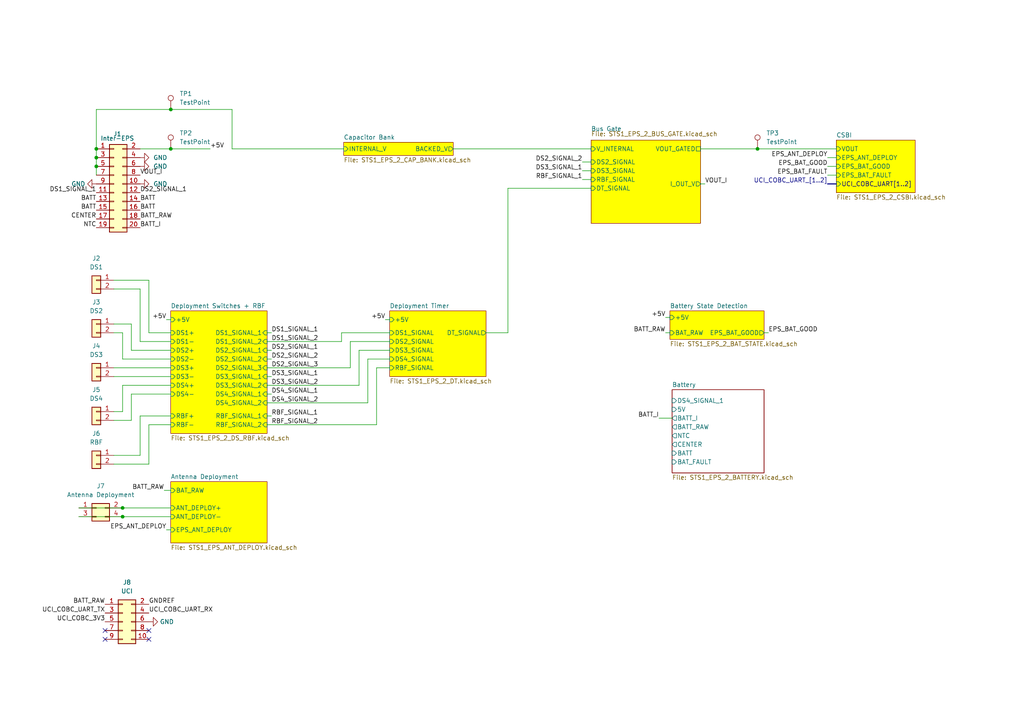
<source format=kicad_sch>
(kicad_sch (version 20211123) (generator eeschema)
  (paper "A4")
  (lib_symbols
    (symbol "Connector:TestPoint" (pin_numbers hide) (pin_names (offset 0.762) hide)
      (property "Reference" "TP" (at 0 6.858 0))
      (property "Value" "TestPoint" (at 0 5.08 0))
      (symbol "TestPoint_0_1"
        (circle (center 0 3.302) (radius 0.762))
      )
      (symbol "TestPoint_1_1"
        (pin passive line (at 0 0 90) (length 2.54) (name "1") (number "1"))
      )
    )
    (symbol "Connector_Generic:Conn_01x02" (pin_names (offset 1.016) hide)
      (property "Reference" "J" (at 0 2.54 0))
      (property "Value" "Conn_01x02" (at 0 -5.08 0))
      (symbol "Conn_01x02_1_1"
        (rectangle (start -1.27 -2.413) (end 0 -2.667) (stroke (width 0.1524)))
        (rectangle (start -1.27 0.127) (end 0 -0.127) (stroke (width 0.1524)))
        (rectangle (start -1.27 1.27) (end 1.27 -3.81) (stroke (width 0.254)) (fill (type background)))
        (pin passive line (at -5.08 0 0) (length 3.81) (name "Pin_1") (number "1"))
        (pin passive line (at -5.08 -2.54 0) (length 3.81) (name "Pin_2") (number "2"))
      )
    )
    (symbol "Connector_Generic:Conn_02x02_Odd_Even" (pin_names (offset 1.016) hide)
      (property "Reference" "J" (at 1.27 2.54 0))
      (property "Value" "Conn_02x02_Odd_Even" (at 1.27 -5.08 0))
      (symbol "Conn_02x02_Odd_Even_1_1"
        (rectangle (start -1.27 -2.413) (end 0 -2.667) (stroke (width 0.1524)))
        (rectangle (start -1.27 0.127) (end 0 -0.127) (stroke (width 0.1524)))
        (rectangle (start -1.27 1.27) (end 3.81 -3.81) (stroke (width 0.254)) (fill (type background)))
        (rectangle (start 3.81 -2.413) (end 2.54 -2.667) (stroke (width 0.1524)))
        (rectangle (start 3.81 0.127) (end 2.54 -0.127) (stroke (width 0.1524)))
        (pin passive line (at -5.08 0 0) (length 3.81) (name "Pin_1") (number "1"))
        (pin passive line (at 7.62 0 180) (length 3.81) (name "Pin_2") (number "2"))
        (pin passive line (at -5.08 -2.54 0) (length 3.81) (name "Pin_3") (number "3"))
        (pin passive line (at 7.62 -2.54 180) (length 3.81) (name "Pin_4") (number "4"))
      )
    )
    (symbol "Connector_Generic:Conn_02x05_Odd_Even" (pin_names (offset 1.016) hide)
      (property "Reference" "J" (at 1.27 7.62 0))
      (property "Value" "Conn_02x05_Odd_Even" (at 1.27 -7.62 0))
      (symbol "Conn_02x05_Odd_Even_1_1"
        (rectangle (start -1.27 -4.953) (end 0 -5.207) (stroke (width 0.1524)))
        (rectangle (start -1.27 -2.413) (end 0 -2.667) (stroke (width 0.1524)))
        (rectangle (start -1.27 0.127) (end 0 -0.127) (stroke (width 0.1524)))
        (rectangle (start -1.27 2.667) (end 0 2.413) (stroke (width 0.1524)))
        (rectangle (start -1.27 5.207) (end 0 4.953) (stroke (width 0.1524)))
        (rectangle (start -1.27 6.35) (end 3.81 -6.35) (stroke (width 0.254)) (fill (type background)))
        (rectangle (start 3.81 -4.953) (end 2.54 -5.207) (stroke (width 0.1524)))
        (rectangle (start 3.81 -2.413) (end 2.54 -2.667) (stroke (width 0.1524)))
        (rectangle (start 3.81 0.127) (end 2.54 -0.127) (stroke (width 0.1524)))
        (rectangle (start 3.81 2.667) (end 2.54 2.413) (stroke (width 0.1524)))
        (rectangle (start 3.81 5.207) (end 2.54 4.953) (stroke (width 0.1524)))
        (pin passive line (at -5.08 5.08 0) (length 3.81) (name "Pin_1") (number "1"))
        (pin passive line (at 7.62 -5.08 180) (length 3.81) (name "Pin_10") (number "10"))
        (pin passive line (at 7.62 5.08 180) (length 3.81) (name "Pin_2") (number "2"))
        (pin passive line (at -5.08 2.54 0) (length 3.81) (name "Pin_3") (number "3"))
        (pin passive line (at 7.62 2.54 180) (length 3.81) (name "Pin_4") (number "4"))
        (pin passive line (at -5.08 0 0) (length 3.81) (name "Pin_5") (number "5"))
        (pin passive line (at 7.62 0 180) (length 3.81) (name "Pin_6") (number "6"))
        (pin passive line (at -5.08 -2.54 0) (length 3.81) (name "Pin_7") (number "7"))
        (pin passive line (at 7.62 -2.54 180) (length 3.81) (name "Pin_8") (number "8"))
        (pin passive line (at -5.08 -5.08 0) (length 3.81) (name "Pin_9") (number "9"))
      )
    )
    (symbol "Connector_Generic:Conn_02x10_Odd_Even" (pin_names (offset 1.016) hide)
      (property "Reference" "J" (at 1.27 12.7 0))
      (property "Value" "Conn_02x10_Odd_Even" (at 1.27 -15.24 0))
      (symbol "Conn_02x10_Odd_Even_1_1"
        (rectangle (start -1.27 -12.573) (end 0 -12.827) (stroke (width 0.1524)))
        (rectangle (start -1.27 -10.033) (end 0 -10.287) (stroke (width 0.1524)))
        (rectangle (start -1.27 -7.493) (end 0 -7.747) (stroke (width 0.1524)))
        (rectangle (start -1.27 -4.953) (end 0 -5.207) (stroke (width 0.1524)))
        (rectangle (start -1.27 -2.413) (end 0 -2.667) (stroke (width 0.1524)))
        (rectangle (start -1.27 0.127) (end 0 -0.127) (stroke (width 0.1524)))
        (rectangle (start -1.27 2.667) (end 0 2.413) (stroke (width 0.1524)))
        (rectangle (start -1.27 5.207) (end 0 4.953) (stroke (width 0.1524)))
        (rectangle (start -1.27 7.747) (end 0 7.493) (stroke (width 0.1524)))
        (rectangle (start -1.27 10.287) (end 0 10.033) (stroke (width 0.1524)))
        (rectangle (start -1.27 11.43) (end 3.81 -13.97) (stroke (width 0.254)) (fill (type background)))
        (rectangle (start 3.81 -12.573) (end 2.54 -12.827) (stroke (width 0.1524)))
        (rectangle (start 3.81 -10.033) (end 2.54 -10.287) (stroke (width 0.1524)))
        (rectangle (start 3.81 -7.493) (end 2.54 -7.747) (stroke (width 0.1524)))
        (rectangle (start 3.81 -4.953) (end 2.54 -5.207) (stroke (width 0.1524)))
        (rectangle (start 3.81 -2.413) (end 2.54 -2.667) (stroke (width 0.1524)))
        (rectangle (start 3.81 0.127) (end 2.54 -0.127) (stroke (width 0.1524)))
        (rectangle (start 3.81 2.667) (end 2.54 2.413) (stroke (width 0.1524)))
        (rectangle (start 3.81 5.207) (end 2.54 4.953) (stroke (width 0.1524)))
        (rectangle (start 3.81 7.747) (end 2.54 7.493) (stroke (width 0.1524)))
        (rectangle (start 3.81 10.287) (end 2.54 10.033) (stroke (width 0.1524)))
        (pin passive line (at -5.08 10.16 0) (length 3.81) (name "Pin_1") (number "1"))
        (pin passive line (at 7.62 0 180) (length 3.81) (name "Pin_10") (number "10"))
        (pin passive line (at -5.08 -2.54 0) (length 3.81) (name "Pin_11") (number "11"))
        (pin passive line (at 7.62 -2.54 180) (length 3.81) (name "Pin_12") (number "12"))
        (pin passive line (at -5.08 -5.08 0) (length 3.81) (name "Pin_13") (number "13"))
        (pin passive line (at 7.62 -5.08 180) (length 3.81) (name "Pin_14") (number "14"))
        (pin passive line (at -5.08 -7.62 0) (length 3.81) (name "Pin_15") (number "15"))
        (pin passive line (at 7.62 -7.62 180) (length 3.81) (name "Pin_16") (number "16"))
        (pin passive line (at -5.08 -10.16 0) (length 3.81) (name "Pin_17") (number "17"))
        (pin passive line (at 7.62 -10.16 180) (length 3.81) (name "Pin_18") (number "18"))
        (pin passive line (at -5.08 -12.7 0) (length 3.81) (name "Pin_19") (number "19"))
        (pin passive line (at 7.62 10.16 180) (length 3.81) (name "Pin_2") (number "2"))
        (pin passive line (at 7.62 -12.7 180) (length 3.81) (name "Pin_20") (number "20"))
        (pin passive line (at -5.08 7.62 0) (length 3.81) (name "Pin_3") (number "3"))
        (pin passive line (at 7.62 7.62 180) (length 3.81) (name "Pin_4") (number "4"))
        (pin passive line (at -5.08 5.08 0) (length 3.81) (name "Pin_5") (number "5"))
        (pin passive line (at 7.62 5.08 180) (length 3.81) (name "Pin_6") (number "6"))
        (pin passive line (at -5.08 2.54 0) (length 3.81) (name "Pin_7") (number "7"))
        (pin passive line (at 7.62 2.54 180) (length 3.81) (name "Pin_8") (number "8"))
        (pin passive line (at -5.08 0 0) (length 3.81) (name "Pin_9") (number "9"))
      )
    )
    (symbol "power:GND" (power) (pin_names (offset 0))
      (property "Value" "GND" (at 0 -3.81 0))
      (symbol "GND_0_1"
        (polyline (pts (xy 0 0) (xy 0 -1.27) (xy 1.27 -1.27) (xy 0 -2.54) (xy -1.27 -1.27) (xy 0 -1.27)))
      )
      (symbol "GND_1_1"
        (pin power_in line (at 0 0 270) (length 0) hide (name "GND") (number "1"))
      )
    )
  )
  (junction (at 27.94 43.18))
  (junction (at 27.94 48.26))
  (junction (at 49.53 43.18))
  (junction (at 49.53 31.75))
  (junction (at 35.56 147.32))
  (junction (at 35.56 149.86))
  (junction (at 219.71 43.18))
  (junction (at 27.94 45.72))
  (no_connect (at 43.18 182.88))
  (no_connect (at 30.48 182.88))
  (no_connect (at 30.48 185.42))
  (no_connect (at 43.18 185.42))
  (wire (pts (xy 240.03 50.8) (xy 242.57 50.8)))
  (wire (pts (xy 33.02 93.98) (xy 38.1 93.98)))
  (wire (pts (xy 104.14 101.6) (xy 113.03 101.6)))
  (wire (pts (xy 77.47 123.19) (xy 109.22 123.19)))
  (wire (pts (xy 240.03 45.72) (xy 242.57 45.72)))
  (wire (pts (xy 27.94 45.72) (xy 27.94 48.26)))
  (wire (pts (xy 40.64 43.18) (xy 49.53 43.18)))
  (wire (pts (xy 33.02 109.22) (xy 49.53 109.22)))
  (wire (pts (xy 219.71 43.18) (xy 242.57 43.18)))
  (wire (pts (xy 48.26 92.71) (xy 49.53 92.71)))
  (wire (pts (xy 40.64 132.08) (xy 40.64 120.65)))
  (wire (pts (xy 168.91 49.53) (xy 171.45 49.53)))
  (wire (pts (xy 35.56 147.32) (xy 49.53 147.32)))
  (wire (pts (xy 22.86 147.32) (xy 35.56 147.32)))
  (wire (pts (xy 147.32 54.61) (xy 147.32 96.52)))
  (wire (pts (xy 77.47 101.6) (xy 78.74 101.6)))
  (wire (pts (xy 27.94 43.18) (xy 27.94 45.72)))
  (wire (pts (xy 77.47 114.3) (xy 78.74 114.3)))
  (wire (pts (xy 35.56 104.14) (xy 49.53 104.14)))
  (wire (pts (xy 131.445 43.18) (xy 171.45 43.18)))
  (wire (pts (xy 77.47 104.14) (xy 78.74 104.14)))
  (wire (pts (xy 99.06 96.52) (xy 113.03 96.52)))
  (wire (pts (xy 38.1 114.3) (xy 49.53 114.3)))
  (wire (pts (xy 33.02 81.28) (xy 43.18 81.28)))
  (wire (pts (xy 33.02 106.68) (xy 49.53 106.68)))
  (wire (pts (xy 33.02 134.62) (xy 43.18 134.62)))
  (wire (pts (xy 99.695 43.18) (xy 67.31 43.18)))
  (wire (pts (xy 43.18 134.62) (xy 43.18 123.19)))
  (wire (pts (xy 101.6 99.06) (xy 113.03 99.06)))
  (wire (pts (xy 203.2 43.18) (xy 219.71 43.18)))
  (wire (pts (xy 111.76 92.71) (xy 113.03 92.71)))
  (wire (pts (xy 22.86 149.86) (xy 35.56 149.86)))
  (wire (pts (xy 35.56 111.76) (xy 49.53 111.76)))
  (wire (pts (xy 109.22 123.19) (xy 109.22 106.68)))
  (wire (pts (xy 147.32 54.61) (xy 171.45 54.61)))
  (wire (pts (xy 40.64 83.82) (xy 40.64 99.06)))
  (wire (pts (xy 43.18 81.28) (xy 43.18 96.52)))
  (wire (pts (xy 38.1 101.6) (xy 49.53 101.6)))
  (wire (pts (xy 35.56 96.52) (xy 35.56 104.14)))
  (wire (pts (xy 106.68 104.14) (xy 113.03 104.14)))
  (wire (pts (xy 33.02 132.08) (xy 40.64 132.08)))
  (wire (pts (xy 77.47 109.22) (xy 78.74 109.22)))
  (wire (pts (xy 101.6 106.68) (xy 101.6 99.06)))
  (wire (pts (xy 35.56 119.38) (xy 35.56 111.76)))
  (wire (pts (xy 27.94 48.26) (xy 27.94 50.8)))
  (bus (pts (xy 240.03 53.34) (xy 242.57 53.34)))
  (wire (pts (xy 47.625 142.24) (xy 49.53 142.24)))
  (wire (pts (xy 40.64 99.06) (xy 49.53 99.06)))
  (wire (pts (xy 77.47 116.84) (xy 106.68 116.84)))
  (wire (pts (xy 168.91 52.07) (xy 171.45 52.07)))
  (wire (pts (xy 221.615 96.52) (xy 222.885 96.52)))
  (wire (pts (xy 147.32 96.52) (xy 140.97 96.52)))
  (wire (pts (xy 203.2 53.34) (xy 204.47 53.34)))
  (wire (pts (xy 77.47 111.76) (xy 104.14 111.76)))
  (wire (pts (xy 43.18 123.19) (xy 49.53 123.19)))
  (wire (pts (xy 77.47 96.52) (xy 78.74 96.52)))
  (wire (pts (xy 33.02 83.82) (xy 40.64 83.82)))
  (wire (pts (xy 99.06 99.06) (xy 99.06 96.52)))
  (wire (pts (xy 48.26 153.67) (xy 49.53 153.67)))
  (wire (pts (xy 67.31 31.75) (xy 67.31 43.18)))
  (wire (pts (xy 33.02 121.92) (xy 38.1 121.92)))
  (wire (pts (xy 104.14 111.76) (xy 104.14 101.6)))
  (wire (pts (xy 240.03 48.26) (xy 242.57 48.26)))
  (wire (pts (xy 49.53 31.75) (xy 67.31 31.75)))
  (wire (pts (xy 35.56 149.86) (xy 49.53 149.86)))
  (wire (pts (xy 38.1 121.92) (xy 38.1 114.3)))
  (wire (pts (xy 168.91 46.99) (xy 171.45 46.99)))
  (wire (pts (xy 27.94 31.75) (xy 27.94 43.18)))
  (wire (pts (xy 77.47 99.06) (xy 99.06 99.06)))
  (wire (pts (xy 33.02 96.52) (xy 35.56 96.52)))
  (wire (pts (xy 40.64 120.65) (xy 49.53 120.65)))
  (wire (pts (xy 38.1 93.98) (xy 38.1 101.6)))
  (wire (pts (xy 43.18 96.52) (xy 49.53 96.52)))
  (wire (pts (xy 193.04 92.075) (xy 194.31 92.075)))
  (wire (pts (xy 109.22 106.68) (xy 113.03 106.68)))
  (wire (pts (xy 77.47 120.65) (xy 78.74 120.65)))
  (wire (pts (xy 33.02 119.38) (xy 35.56 119.38)))
  (wire (pts (xy 27.94 31.75) (xy 49.53 31.75)))
  (wire (pts (xy 191.135 121.285) (xy 194.945 121.285)))
  (wire (pts (xy 106.68 104.14) (xy 106.68 116.84)))
  (wire (pts (xy 193.04 96.52) (xy 194.31 96.52)))
  (wire (pts (xy 49.53 43.18) (xy 60.96 43.18)))
  (wire (pts (xy 77.47 106.68) (xy 101.6 106.68)))
  (label "EPS_BAT_GOOD" (at 240.03 48.26 180))
  (label "EPS_ANT_DEPLOY" (at 48.26 153.67 180))
  (label "RBF_SIGNAL_2" (at 78.74 123.19 0))
  (label "DS3_SIGNAL_2" (at 78.74 111.76 0))
  (label "UCI_COBC_UART_[1..2]" (at 240.03 53.34 180))
  (label "BATT" (at 27.94 58.42 180))
  (label "CENTER" (at 27.94 63.5 180))
  (label "EPS_ANT_DEPLOY" (at 240.03 45.72 180))
  (label "BATT_RAW" (at 47.625 142.24 180))
  (label "BATT_I" (at 191.135 121.285 180))
  (label "DS2_SIGNAL_3" (at 78.74 106.68 0))
  (label "+5V" (at 111.76 92.71 180))
  (label "DS3_SIGNAL_1" (at 78.74 109.22 0))
  (label "DS2_SIGNAL_1" (at 78.74 101.6 0))
  (label "DS4_SIGNAL_1" (at 78.74 114.3 0))
  (label "DS3_SIGNAL_1" (at 168.91 49.53 180))
  (label "DS4_SIGNAL_2" (at 78.74 116.84 0))
  (label "BATT" (at 40.64 60.96 0))
  (label "UCI_COBC_UART_TX" (at 30.48 177.8 180))
  (label "EPS_BAT_FAULT" (at 240.03 50.8 180))
  (label "VOUT_I" (at 40.64 50.8 0))
  (label "DS2_SIGNAL_2" (at 168.91 46.99 180))
  (label "DS1_SIGNAL_1" (at 78.74 96.52 0))
  (label "RBF_SIGNAL_1" (at 78.74 120.65 0))
  (label "+5V" (at 193.04 92.075 180))
  (label "+5V" (at 48.26 92.71 180))
  (label "BATT_RAW" (at 30.48 175.26 180))
  (label "DS1_SIGNAL_1" (at 27.94 55.88 180))
  (label "DS2_SIGNAL_1" (at 40.64 55.88 0))
  (label "BATT_I" (at 40.64 66.04 0))
  (label "+5V" (at 60.96 43.18 0))
  (label "BATT" (at 40.64 58.42 0))
  (label "VOUT_I" (at 204.47 53.34 0))
  (label "DS1_SIGNAL_2" (at 78.74 99.06 0))
  (label "BATT_RAW" (at 40.64 63.5 0))
  (label "RBF_SIGNAL_1" (at 168.91 52.07 180))
  (label "GNDREF" (at 43.18 175.26 0))
  (label "BATT_RAW" (at 193.04 96.52 180))
  (label "DS2_SIGNAL_2" (at 78.74 104.14 0))
  (label "UCI_COBC_3V3" (at 30.48 180.34 180))
  (label "BATT" (at 27.94 60.96 180))
  (label "EPS_BAT_GOOD" (at 222.885 96.52 0))
  (label "NTC" (at 27.94 66.04 180))
  (label "UCI_COBC_UART_RX" (at 43.18 177.8 0))
  (symbol (lib_id "Connector:TestPoint") (at 219.71 43.18 0) (unit 1)
    (property "Reference" "TP3" (at 222.25 38.6079 0) (effects (justify left)))
    (property "Value" "TestPoint" (at 222.25 41.1479 0) (effects (justify left)))
    (property "Footprint" "TestPoint:TestPoint_THTPad_D1.0mm_Drill0.5mm" (effects hide))
  )
  (symbol (lib_id "Connector_Generic:Conn_02x05_Odd_Even") (at 35.56 180.34 0) (unit 1)
    (property "Reference" "J8" (at 36.83 168.91 0))
    (property "Value" "UCI" (at 36.83 171.45 0))
    (property "Footprint" "STS_Connector:M80-85110YY" (effects hide))
  )
  (symbol (lib_id "Connector_Generic:Conn_01x02") (at 27.94 119.38 0) (mirror y) (unit 1)
    (property "Reference" "J5" (at 27.94 113.03 0))
    (property "Value" "DS4" (at 27.94 115.57 0))
    (property "Footprint" "STS_Connector:M808420245" (effects hide))
  )
  (symbol (lib_id "power:GND") (at 40.64 48.26 90) (unit 1)
    (property "Reference" "#PWR036" (effects hide))
    (property "Value" "GND" (at 44.45 48.2599 90) (effects (justify right)))
  )
  (symbol (lib_id "power:GND") (at 40.64 53.34 90) (unit 1)
    (property "Reference" "#PWR093" (effects hide))
    (property "Value" "GND" (at 44.45 53.3399 90) (effects (justify right)))
  )
  (symbol (lib_id "Connector_Generic:Conn_01x02") (at 27.94 132.08 0) (mirror y) (unit 1)
    (property "Reference" "J6" (at 27.94 125.73 0))
    (property "Value" "RBF" (at 27.94 128.27 0))
    (property "Footprint" "STS_Connector:M808420245" (effects hide))
  )
  (symbol (lib_id "power:GND") (at 40.64 45.72 90) (unit 1)
    (property "Reference" "#PWR035" (effects hide))
    (property "Value" "GND" (at 44.45 45.7199 90) (effects (justify right)))
  )
  (symbol (lib_id "Connector_Generic:Conn_02x02_Odd_Even") (at 27.94 147.32 0) (unit 1)
    (property "Reference" "J7" (at 29.21 140.97 0))
    (property "Value" "Antenna Deployment" (at 29.21 143.51 0))
    (property "Footprint" "STS_Connector:M80-85104YY" (effects hide))
  )
  (symbol (lib_id "power:GND") (at 27.94 53.34 270) (unit 1)
    (property "Reference" "#PWR01" (effects hide))
    (property "Value" "GND" (at 24.765 53.3399 90) (effects (justify right)))
  )
  (symbol (lib_id "power:GND") (at 43.18 180.34 90) (unit 1)
    (property "Reference" "#PWR095" (effects hide))
    (property "Value" "GND" (at 46.355 180.3399 90) (effects (justify right)))
  )
  (symbol (lib_id "Connector:TestPoint") (at 49.53 31.75 0) (unit 1)
    (property "Reference" "TP1" (at 52.07 27.1779 0) (effects (justify left)))
    (property "Value" "TestPoint" (at 52.07 29.7179 0) (effects (justify left)))
    (property "Footprint" "TestPoint:TestPoint_THTPad_D1.0mm_Drill0.5mm" (effects hide))
  )
  (symbol (lib_id "Connector_Generic:Conn_01x02") (at 27.94 81.28 0) (mirror y) (unit 1)
    (property "Reference" "J2" (at 27.94 74.93 0))
    (property "Value" "DS1" (at 27.94 77.47 0))
    (property "Footprint" "STS_Connector:M808420245" (effects hide))
  )
  (symbol (lib_id "Connector_Generic:Conn_01x02") (at 27.94 93.98 0) (mirror y) (unit 1)
    (property "Reference" "J3" (at 27.94 87.63 0))
    (property "Value" "DS2" (at 27.94 90.17 0))
    (property "Footprint" "STS_Connector:M808420245" (effects hide))
  )
  (symbol (lib_id "Connector_Generic:Conn_02x10_Odd_Even") (at 33.02 53.34 0) (unit 1)
    (property "Reference" "J1" (at 34.036 38.862 0))
    (property "Value" "Inter-EPS" (at 34.036 40.132 0))
    (property "Footprint" "Connector_PinHeader_2.00mm:PinHeader_2x10_P2.00mm_Vertical" (effects hide))
    (property "Part#" "ESQT-107-02-F-D-800" (effects hide))
  )
  (symbol (lib_id "Connector_Generic:Conn_01x02") (at 27.94 106.68 0) (mirror y) (unit 1)
    (property "Reference" "J4" (at 27.94 100.33 0))
    (property "Value" "DS3" (at 27.94 102.87 0))
    (property "Footprint" "STS_Connector:M808420245" (effects hide))
  )
  (symbol (lib_id "Connector:TestPoint") (at 49.53 43.18 0) (unit 1)
    (property "Reference" "TP2" (at 52.07 38.6079 0) (effects (justify left)))
    (property "Value" "TestPoint" (at 52.07 41.1479 0) (effects (justify left)))
    (property "Footprint" "TestPoint:TestPoint_THTPad_D1.0mm_Drill0.5mm" (effects hide))
  )
  (sheet (at 171.45 40.64) (size 31.75 24.13) (stroke (width 0.1524)) (fill (color 255 255 0 1.0000))
    (property "Sheet name" "Bus Gate" (at 171.45 38.1 0) (effects (justify left bottom)))
    (property "Sheet file" "STS1_EPS_2_BUS_GATE.kicad_sch" (at 171.45 38.1 0) (effects (justify left top)))
    (pin "RBF_SIGNAL" input (at 171.45 52.07 180))
    (pin "V_INTERNAL" input (at 171.45 43.18 180))
    (pin "I_OUT_V" output (at 203.2 53.34 0))
    (pin "DT_SIGNAL" input (at 171.45 54.61 180))
    (pin "DS2_SIGNAL" input (at 171.45 46.99 180))
    (pin "DS3_SIGNAL" input (at 171.45 49.53 180))
    (pin "VOUT_GATED" passive (at 203.2 43.18 0))
  )
  (sheet (at 242.57 40.64) (size 22.86 15.24) (stroke (width 0.1524)) (fill (color 255 255 0 1.0000))
    (property "Sheet name" "CSBI" (at 242.57 39.9284 0) (effects (justify left bottom)))
    (property "Sheet file" "STS1_EPS_2_CSBI.kicad_sch" (at 242.57 56.4646 0) (effects (justify left top)))
    (pin "EPS_ANT_DEPLOY" input (at 242.57 45.72 180))
    (pin "EPS_BAT_GOOD" input (at 242.57 48.26 180))
    (pin "EPS_BAT_FAULT" input (at 242.57 50.8 180))
    (pin "VOUT" input (at 242.57 43.18 180))
    (pin "UCI_COBC_UART[1..2]" input (at 242.57 53.34 180))
  )
  (sheet (at 194.945 113.03) (size 26.67 24.13) (stroke (width 0.1524))
    (property "Sheet name" "Battery" (at 194.945 112.3184 0) (effects (justify left bottom)))
    (property "Sheet file" "STS1_EPS_2_BATTERY.kicad_sch" (at 194.945 137.7446 0) (effects (justify left top)))
    (pin "DS4_SIGNAL_1" input (at 194.945 116.205 180))
    (pin "5V" input (at 194.945 118.745 180))
    (pin "BATT_I" output (at 194.945 121.285 180))
    (pin "BATT_RAW" output (at 194.945 123.825 180))
    (pin "NTC" output (at 194.945 126.365 180))
    (pin "CENTER" output (at 194.945 128.905 180))
    (pin "BATT" input (at 194.945 131.445 180))
    (pin "BAT_FAULT" input (at 194.945 133.985 180))
  )
  (sheet (at 49.53 90.17) (size 27.94 35.56) (stroke (width 0.1524)) (fill (color 255 255 0 1.0000))
    (property "Sheet name" "Deployment Switches + RBF" (at 49.53 89.4584 0) (effects (justify left bottom)))
    (property "Sheet file" "STS1_EPS_2_DS_RBF.kicad_sch" (at 49.53 126.3146 0) (effects (justify left top)))
    (pin "DS2+" input (at 49.53 101.6 180))
    (pin "DS2-" input (at 49.53 104.14 180))
    (pin "DS1-" input (at 49.53 99.06 180))
    (pin "DS1+" input (at 49.53 96.52 180))
    (pin "+5V" input (at 49.53 92.71 180))
    (pin "RBF+" input (at 49.53 120.65 180))
    (pin "RBF-" input (at 49.53 123.19 180))
    (pin "DS3+" input (at 49.53 106.68 180))
    (pin "DS3-" input (at 49.53 109.22 180))
    (pin "DS4+" input (at 49.53 111.76 180))
    (pin "DS4-" input (at 49.53 114.3 180))
    (pin "DS1_SIGNAL_2" input (at 77.47 99.06 0))
    (pin "DS1_SIGNAL_1" input (at 77.47 96.52 0))
    (pin "DS2_SIGNAL_1" input (at 77.47 101.6 0))
    (pin "DS3_SIGNAL_1" input (at 77.47 109.22 0))
    (pin "DS3_SIGNAL_2" input (at 77.47 111.76 0))
    (pin "DS4_SIGNAL_1" input (at 77.47 114.3 0))
    (pin "DS4_SIGNAL_2" input (at 77.47 116.84 0))
    (pin "RBF_SIGNAL_1" input (at 77.47 120.65 0))
    (pin "DS2_SIGNAL_2" input (at 77.47 104.14 0))
    (pin "DS2_SIGNAL_3" input (at 77.47 106.68 0))
    (pin "RBF_SIGNAL_2" input (at 77.47 123.19 0))
  )
  (sheet (at 49.53 139.7) (size 27.94 17.78) (stroke (width 0.1524)) (fill (color 255 255 0 1.0000))
    (property "Sheet name" "Antenna Deployment" (at 49.53 138.9884 0) (effects (justify left bottom)))
    (property "Sheet file" "STS1_EPS_ANT_DEPLOY.kicad_sch" (at 49.53 158.0646 0) (effects (justify left top)))
    (pin "ANT_DEPLOY+" input (at 49.53 147.32 180))
    (pin "ANT_DEPLOY-" input (at 49.53 149.86 180))
    (pin "BAT_RAW" input (at 49.53 142.24 180))
    (pin "EPS_ANT_DEPLOY" input (at 49.53 153.67 180))
  )
  (sheet (at 113.03 90.17) (size 27.94 19.05) (stroke (width 0.1524)) (fill (color 255 255 0 1.0000))
    (property "Sheet name" "Deployment Timer" (at 113.03 89.4584 0) (effects (justify left bottom)))
    (property "Sheet file" "STS1_EPS_2_DT.kicad_sch" (at 113.03 109.8046 0) (effects (justify left top)))
    (pin "+5V" input (at 113.03 92.71 180))
    (pin "DS2_SIGNAL" input (at 113.03 99.06 180))
    (pin "DS1_SIGNAL" input (at 113.03 96.52 180))
    (pin "RBF_SIGNAL" input (at 113.03 106.68 180))
    (pin "DS4_SIGNAL" input (at 113.03 104.14 180))
    (pin "DS3_SIGNAL" input (at 113.03 101.6 180))
    (pin "DT_SIGNAL" output (at 140.97 96.52 0))
  )
  (sheet (at 99.695 41.275) (size 31.75 3.81) (stroke (width 0.1524)) (fill (color 255 255 0 1.0000))
    (property "Sheet name" "Capacitor Bank" (at 99.695 40.5634 0) (effects (justify left bottom)))
    (property "Sheet file" "STS1_EPS_2_CAP_BANK.kicad_sch" (at 99.695 45.6696 0) (effects (justify left top)))
    (pin "INTERNAL_V" input (at 99.695 43.18 180))
    (pin "BACKED_V" output (at 131.445 43.18 0))
  )
  (sheet (at 194.31 90.17) (size 27.305 8.255) (stroke (width 0.1524)) (fill (color 255 255 0 1.0000))
    (property "Sheet name" "Battery State Detection" (at 194.31 89.4584 0) (effects (justify left bottom)))
    (property "Sheet file" "STS1_EPS_2_BAT_STATE.kicad_sch" (at 194.31 99.0096 0) (effects (justify left top)))
    (pin "+5V" input (at 194.31 92.075 180))
    (pin "EPS_BAT_GOOD" output (at 221.615 96.52 0))
    (pin "BAT_RAW" input (at 194.31 96.52 180))
  )
)
</source>
